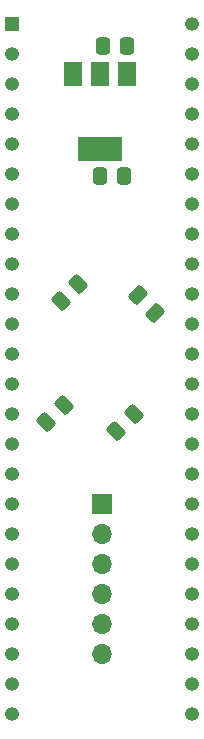
<source format=gbr>
%TF.GenerationSoftware,KiCad,Pcbnew,(6.0.0)*%
%TF.CreationDate,2022-01-16T15:55:41+01:00*%
%TF.ProjectId,Bluster,426c7573-7465-4722-9e6b-696361645f70,rev?*%
%TF.SameCoordinates,Original*%
%TF.FileFunction,Soldermask,Bot*%
%TF.FilePolarity,Negative*%
%FSLAX46Y46*%
G04 Gerber Fmt 4.6, Leading zero omitted, Abs format (unit mm)*
G04 Created by KiCad (PCBNEW (6.0.0)) date 2022-01-16 15:55:41*
%MOMM*%
%LPD*%
G01*
G04 APERTURE LIST*
G04 Aperture macros list*
%AMRoundRect*
0 Rectangle with rounded corners*
0 $1 Rounding radius*
0 $2 $3 $4 $5 $6 $7 $8 $9 X,Y pos of 4 corners*
0 Add a 4 corners polygon primitive as box body*
4,1,4,$2,$3,$4,$5,$6,$7,$8,$9,$2,$3,0*
0 Add four circle primitives for the rounded corners*
1,1,$1+$1,$2,$3*
1,1,$1+$1,$4,$5*
1,1,$1+$1,$6,$7*
1,1,$1+$1,$8,$9*
0 Add four rect primitives between the rounded corners*
20,1,$1+$1,$2,$3,$4,$5,0*
20,1,$1+$1,$4,$5,$6,$7,0*
20,1,$1+$1,$6,$7,$8,$9,0*
20,1,$1+$1,$8,$9,$2,$3,0*%
G04 Aperture macros list end*
%ADD10R,1.200000X1.200000*%
%ADD11O,1.200000X1.200000*%
%ADD12R,1.700000X1.700000*%
%ADD13O,1.700000X1.700000*%
%ADD14RoundRect,0.250000X0.337500X0.475000X-0.337500X0.475000X-0.337500X-0.475000X0.337500X-0.475000X0*%
%ADD15RoundRect,0.250000X-0.337500X-0.475000X0.337500X-0.475000X0.337500X0.475000X-0.337500X0.475000X0*%
%ADD16RoundRect,0.250000X-0.097227X0.574524X-0.574524X0.097227X0.097227X-0.574524X0.574524X-0.097227X0*%
%ADD17RoundRect,0.250000X0.574524X0.097227X0.097227X0.574524X-0.574524X-0.097227X-0.097227X-0.574524X0*%
%ADD18R,1.500000X2.000000*%
%ADD19R,3.800000X2.000000*%
G04 APERTURE END LIST*
D10*
%TO.C,J1*%
X161280000Y-39570000D03*
D11*
X161280000Y-42110000D03*
X161280000Y-44650000D03*
X161280000Y-47190000D03*
X161280000Y-49730000D03*
X161280000Y-52270000D03*
X161280000Y-54810000D03*
X161280000Y-57350000D03*
X161280000Y-59890000D03*
X161280000Y-62430000D03*
X161280000Y-64970000D03*
X161280000Y-67510000D03*
X161280000Y-70050000D03*
X161280000Y-72590000D03*
X161280000Y-75130000D03*
X161280000Y-77670000D03*
X161280000Y-80210000D03*
X161280000Y-82750000D03*
X161280000Y-85290000D03*
X161280000Y-87830000D03*
X161280000Y-90370000D03*
X161280000Y-92910000D03*
X161280000Y-95450000D03*
X161280000Y-97990000D03*
X176520000Y-97990000D03*
X176520000Y-95450000D03*
X176520000Y-92910000D03*
X176520000Y-90370000D03*
X176520000Y-87830000D03*
X176520000Y-85290000D03*
X176520000Y-82750000D03*
X176520000Y-80210000D03*
X176520000Y-77670000D03*
X176520000Y-75130000D03*
X176520000Y-72590000D03*
X176520000Y-70050000D03*
X176520000Y-67510000D03*
X176520000Y-64970000D03*
X176520000Y-62430000D03*
X176520000Y-59890000D03*
X176520000Y-57350000D03*
X176520000Y-54810000D03*
X176520000Y-52270000D03*
X176520000Y-49730000D03*
X176520000Y-47190000D03*
X176520000Y-44650000D03*
X176520000Y-42110000D03*
X176520000Y-39570000D03*
%TD*%
D12*
%TO.C,J2*%
X168941958Y-80210000D03*
D13*
X168941958Y-82750000D03*
X168941958Y-85290000D03*
X168941958Y-87830000D03*
X168941958Y-90370000D03*
X168941958Y-92910000D03*
%TD*%
D14*
%TO.C,C5*%
X171027500Y-41400000D03*
X168952500Y-41400000D03*
%TD*%
D15*
%TO.C,C6*%
X168732500Y-52375000D03*
X170807500Y-52375000D03*
%TD*%
D16*
%TO.C,C1*%
X171593623Y-72536377D03*
X170126377Y-74003623D03*
%TD*%
%TO.C,C3*%
X166883623Y-61526377D03*
X165416377Y-62993623D03*
%TD*%
%TO.C,C4*%
X165649261Y-71796499D03*
X164182015Y-73263745D03*
%TD*%
D17*
%TO.C,C2*%
X173383623Y-63973623D03*
X171916377Y-62506377D03*
%TD*%
D18*
%TO.C,U2*%
X166420000Y-43800000D03*
X168720000Y-43800000D03*
D19*
X168720000Y-50100000D03*
D18*
X171020000Y-43800000D03*
%TD*%
M02*

</source>
